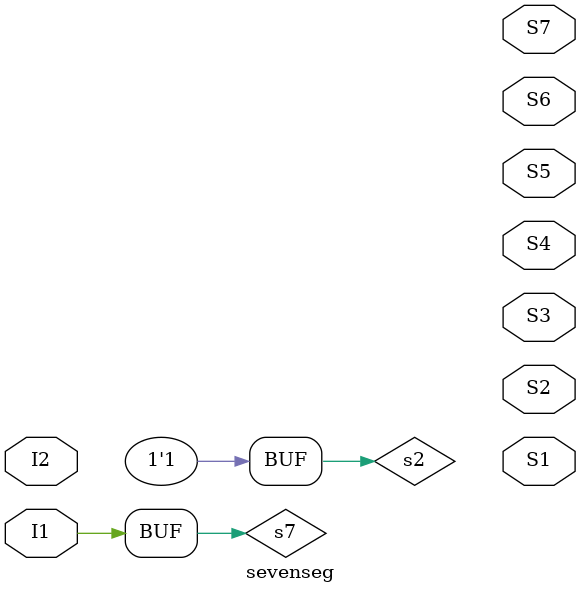
<source format=v>
module sevenseg (
    input I1, I2,
    output S1, S2, S3, S4, S5, S6, S7
);

assign s1 = ~I2 || I1;
assign s2 = 1;
assign s3 = ~I1 || I2;
assign s4 = ~I2 || I1;
assign s5 = ~I2;
assign s6 = ~I1 && ~I2;
assign s7 = I1;

endmodule

</source>
